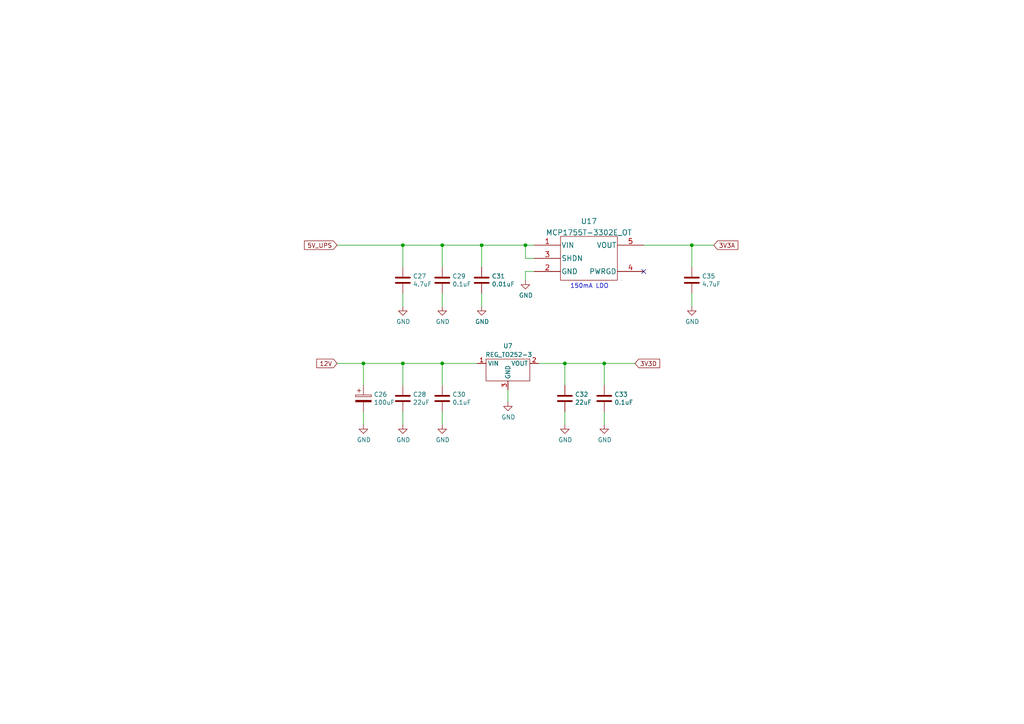
<source format=kicad_sch>
(kicad_sch (version 20211123) (generator eeschema)
  (paper "A4")
  (lib_symbols
    (symbol "Device:C" (pin_numbers hide) (pin_names (offset 0.254))
      (property "Reference" "C" (at 0.635 2.54 0))
      (property "Value" "C" (at 0.635 -2.54 0))
      (symbol "C_0_1"
        (polyline (pts (xy -2.032 -0.762) (xy 2.032 -0.762)) (stroke (width 0.508)))
        (polyline (pts (xy -2.032 0.762) (xy 2.032 0.762)) (stroke (width 0.508)))
      )
      (symbol "C_1_1"
        (pin passive line (at 0 3.81 270) (length 2.794) (name "~") (number "1"))
        (pin passive line (at 0 -3.81 90) (length 2.794) (name "~") (number "2"))
      )
    )
    (symbol "Device:CP" (pin_numbers hide) (pin_names (offset 0.254))
      (property "Reference" "C" (at 0.635 2.54 0))
      (property "Value" "Device_CP" (at 0.635 -2.54 0))
      (symbol "CP_0_1"
        (rectangle (start -2.286 0.508) (end 2.286 1.016))
        (polyline (pts (xy -1.778 2.286) (xy -0.762 2.286)))
        (polyline (pts (xy -1.27 2.794) (xy -1.27 1.778)))
        (rectangle (start 2.286 -0.508) (end -2.286 -1.016) (fill (type outline)))
      )
      (symbol "CP_1_1"
        (pin passive line (at 0 3.81 270) (length 2.794) (name "~") (number "1"))
        (pin passive line (at 0 -3.81 90) (length 2.794) (name "~") (number "2"))
      )
    )
    (symbol "Ninja-qPCR:MCP1755T-3302E_OT" (pin_names (offset 0.254))
      (property "Reference" "U" (at 16.51 8.89 0))
      (property "Value" "MCP1755T-3302E_OT" (at 16.51 6.35 0))
      (symbol "MCP1755T-3302E_OT_1_1"
        (rectangle (start 7.62 2.54) (end 24.13 -10.16))
        (pin power_in line (at 0 0 0) (length 7.62) (name "VIN") (number "1"))
        (pin power_in line (at 0 -7.62 0) (length 7.62) (name "GND") (number "2"))
        (pin input line (at 0 -3.81 0) (length 7.62) (name "SHDN") (number "3"))
        (pin output line (at 31.75 -7.62 180) (length 7.62) (name "PWRGD") (number "4"))
        (pin output line (at 31.75 0 180) (length 7.62) (name "VOUT") (number "5"))
      )
    )
    (symbol "Ninja-qPCR:REG_TO252-3"
      (property "Reference" "U" (at 0 1.27 0))
      (property "Value" "REG_TO252-3" (at 7.62 -7.62 0))
      (symbol "REG_TO252-3_0_1"
        (rectangle (start -6.35 0) (end 6.35 -6.35) (stroke (width 0.1524)))
        (rectangle (start 33.02 22.86) (end 33.02 22.86) (stroke (width 0.1524)))
      )
      (symbol "REG_TO252-3_1_1"
        (pin input line (at -8.89 -1.27 0) (length 2.54) (name "VIN") (number "1"))
        (pin input line (at 8.89 -1.27 180) (length 2.54) (name "VOUT") (number "2"))
        (pin input line (at 0 -8.89 90) (length 2.54) (name "GND") (number "3"))
      )
    )
    (symbol "power:GND" (power) (pin_names (offset 0))
      (property "Value" "GND" (at 0 -3.81 0))
      (symbol "GND_0_1"
        (polyline (pts (xy 0 0) (xy 0 -1.27) (xy 1.27 -1.27) (xy 0 -2.54) (xy -1.27 -1.27) (xy 0 -1.27)))
      )
      (symbol "GND_1_1"
        (pin power_in line (at 0 0 270) (length 0) hide (name "GND") (number "1"))
      )
    )
  )
  (junction (at 152.4 71.12))
  (junction (at 139.7 71.12))
  (junction (at 116.84 71.12))
  (junction (at 116.84 105.41))
  (junction (at 128.27 105.41))
  (junction (at 200.66 71.12))
  (junction (at 175.26 105.41))
  (junction (at 163.83 105.41))
  (junction (at 105.41 105.41))
  (junction (at 128.27 71.12))
  (no_connect (at 186.69 78.74))
  (wire (pts (xy 105.41 105.41) (xy 105.41 111.76)))
  (wire (pts (xy 200.66 85.09) (xy 200.66 88.9)))
  (wire (pts (xy 139.7 71.12) (xy 139.7 77.47)))
  (wire (pts (xy 116.84 105.41) (xy 128.27 105.41)))
  (wire (pts (xy 116.84 119.38) (xy 116.84 123.19)))
  (wire (pts (xy 116.84 105.41) (xy 116.84 111.76)))
  (wire (pts (xy 128.27 119.38) (xy 128.27 123.19)))
  (wire (pts (xy 175.26 105.41) (xy 163.83 105.41)))
  (wire (pts (xy 97.79 71.12) (xy 116.84 71.12)))
  (wire (pts (xy 154.94 71.12) (xy 152.4 71.12)))
  (wire (pts (xy 147.32 113.03) (xy 147.32 116.586)))
  (wire (pts (xy 163.83 119.38) (xy 163.83 123.19)))
  (wire (pts (xy 128.27 85.09) (xy 128.27 88.9)))
  (wire (pts (xy 139.7 85.09) (xy 139.7 88.9)))
  (wire (pts (xy 186.69 71.12) (xy 200.66 71.12)))
  (wire (pts (xy 138.43 105.41) (xy 128.27 105.41)))
  (wire (pts (xy 154.94 74.93) (xy 152.4 74.93)))
  (wire (pts (xy 128.27 71.12) (xy 128.27 77.47)))
  (wire (pts (xy 116.84 71.12) (xy 116.84 77.47)))
  (wire (pts (xy 175.26 119.38) (xy 175.26 123.19)))
  (wire (pts (xy 105.41 119.38) (xy 105.41 123.19)))
  (wire (pts (xy 128.27 105.41) (xy 128.27 111.76)))
  (wire (pts (xy 139.7 71.12) (xy 152.4 71.12)))
  (wire (pts (xy 152.4 71.12) (xy 152.4 74.93)))
  (wire (pts (xy 105.41 105.41) (xy 116.84 105.41)))
  (wire (pts (xy 207.01 71.12) (xy 200.66 71.12)))
  (wire (pts (xy 152.4 78.74) (xy 152.4 81.28)))
  (wire (pts (xy 116.84 71.12) (xy 128.27 71.12)))
  (wire (pts (xy 175.26 105.41) (xy 184.15 105.41)))
  (wire (pts (xy 116.84 85.09) (xy 116.84 88.9)))
  (wire (pts (xy 163.83 105.41) (xy 163.83 111.76)))
  (wire (pts (xy 200.66 71.12) (xy 200.66 77.47)))
  (wire (pts (xy 154.94 78.74) (xy 152.4 78.74)))
  (wire (pts (xy 128.27 71.12) (xy 139.7 71.12)))
  (wire (pts (xy 156.21 105.41) (xy 163.83 105.41)))
  (wire (pts (xy 105.41 105.41) (xy 97.79 105.41)))
  (wire (pts (xy 175.26 105.41) (xy 175.26 111.76)))
  (text "150mA LDO" (at 165.354 83.82 0) (effects (font (size 1.27 1.27)) (justify left bottom)))
  (global_label "3V3A" (shape input) (at 207.01 71.12 0) (property "Intersheet References" "${INTERSHEET_REFS}" (effects hide)))
  (global_label "12V" (shape input) (at 97.79 105.41 180) (property "Intersheet References" "${INTERSHEET_REFS}" (effects hide)))
  (global_label "5V_UPS" (shape input) (at 97.79 71.12 180) (property "Intersheet References" "${INTERSHEET_REFS}" (effects hide)))
  (global_label "3V3D" (shape input) (at 184.15 105.41 0) (property "Intersheet References" "${INTERSHEET_REFS}" (effects hide)))
  (symbol (lib_id "Device:C") (at 116.84 81.28 0) (unit 1)
    (property "Reference" "C27" (at 119.761 80.1116 0) (effects (justify left)))
    (property "Value" "4.7uF" (at 119.761 82.423 0) (effects (justify left)))
    (property "Footprint" "Capacitor_SMD:C_0805_2012Metric" (effects hide))
  )
  (symbol (lib_id "power:GND") (at 116.84 88.9 0) (unit 1)
    (property "Reference" "#PWR026" (effects hide))
    (property "Value" "GND" (at 116.967 93.2942 0))
  )
  (symbol (lib_id "Device:C") (at 128.27 81.28 0) (unit 1)
    (property "Reference" "C29" (at 131.191 80.1116 0) (effects (justify left)))
    (property "Value" "0.1uF" (at 131.191 82.423 0) (effects (justify left)))
    (property "Footprint" "Capacitor_SMD:C_0603_1608Metric" (effects hide))
  )
  (symbol (lib_id "power:GND") (at 128.27 88.9 0) (unit 1)
    (property "Reference" "#PWR028" (effects hide))
    (property "Value" "GND" (at 128.397 93.2942 0))
  )
  (symbol (lib_id "Device:C") (at 139.7 81.28 0) (unit 1)
    (property "Reference" "C31" (at 142.621 80.1116 0) (effects (justify left)))
    (property "Value" "0.01uF" (at 142.621 82.423 0) (effects (justify left)))
    (property "Footprint" "Capacitor_SMD:C_0603_1608Metric" (effects hide))
  )
  (symbol (lib_id "power:GND") (at 139.7 88.9 0) (unit 1)
    (property "Reference" "#PWR031" (effects hide))
    (property "Value" "GND" (at 139.827 93.2942 0))
  )
  (symbol (lib_id "power:GND") (at 152.4 81.28 0) (unit 1)
    (property "Reference" "#PWR032" (effects hide))
    (property "Value" "GND" (at 152.527 85.6742 0))
  )
  (symbol (lib_id "Device:C") (at 200.66 81.28 0) (unit 1)
    (property "Reference" "C35" (at 203.581 80.1116 0) (effects (justify left)))
    (property "Value" "4.7uF" (at 203.581 82.423 0) (effects (justify left)))
    (property "Footprint" "Capacitor_SMD:C_0805_2012Metric" (effects hide))
  )
  (symbol (lib_id "power:GND") (at 200.66 88.9 0) (unit 1)
    (property "Reference" "#PWR036" (effects hide))
    (property "Value" "GND" (at 200.787 93.2942 0))
  )
  (symbol (lib_id "power:GND") (at 105.41 123.19 0) (unit 1)
    (property "Reference" "#PWR025" (effects hide))
    (property "Value" "GND" (at 105.537 127.5842 0))
  )
  (symbol (lib_id "Device:C") (at 116.84 115.57 0) (unit 1)
    (property "Reference" "C28" (at 119.761 114.4016 0) (effects (justify left)))
    (property "Value" "22uF" (at 119.761 116.713 0) (effects (justify left)))
    (property "Footprint" "Capacitor_SMD:C_1210_3225Metric" (effects hide))
  )
  (symbol (lib_id "power:GND") (at 116.84 123.19 0) (unit 1)
    (property "Reference" "#PWR027" (effects hide))
    (property "Value" "GND" (at 116.967 127.5842 0))
  )
  (symbol (lib_id "Device:C") (at 128.27 115.57 0) (unit 1)
    (property "Reference" "C30" (at 131.191 114.4016 0) (effects (justify left)))
    (property "Value" "0.1uF" (at 131.191 116.713 0) (effects (justify left)))
    (property "Footprint" "Capacitor_SMD:C_0603_1608Metric" (effects hide))
  )
  (symbol (lib_id "power:GND") (at 128.27 123.19 0) (unit 1)
    (property "Reference" "#PWR029" (effects hide))
    (property "Value" "GND" (at 128.397 127.5842 0))
  )
  (symbol (lib_id "Device:CP") (at 105.41 115.57 0) (unit 1)
    (property "Reference" "C26" (at 108.4072 114.4016 0) (effects (justify left)))
    (property "Value" "100uF" (at 108.4072 116.713 0) (effects (justify left)))
    (property "Footprint" "Ninja-qPCR:35TZV100M6.3X8" (effects hide))
  )
  (symbol (lib_id "power:GND") (at 147.32 116.586 0) (unit 1)
    (property "Reference" "#PWR030" (effects hide))
    (property "Value" "GND" (at 147.447 120.9802 0))
  )
  (symbol (lib_id "Device:C") (at 163.83 115.57 0) (unit 1)
    (property "Reference" "C32" (at 166.751 114.4016 0) (effects (justify left)))
    (property "Value" "22uF" (at 166.751 116.713 0) (effects (justify left)))
    (property "Footprint" "Capacitor_SMD:C_1210_3225Metric" (effects hide))
  )
  (symbol (lib_id "Device:C") (at 175.26 115.57 0) (unit 1)
    (property "Reference" "C33" (at 178.181 114.4016 0) (effects (justify left)))
    (property "Value" "0.1uF" (at 178.181 116.713 0) (effects (justify left)))
    (property "Footprint" "Capacitor_SMD:C_0603_1608Metric" (effects hide))
  )
  (symbol (lib_id "power:GND") (at 163.83 123.19 0) (unit 1)
    (property "Reference" "#PWR033" (effects hide))
    (property "Value" "GND" (at 163.957 127.5842 0))
  )
  (symbol (lib_id "power:GND") (at 175.26 123.19 0) (unit 1)
    (property "Reference" "#PWR034" (effects hide))
    (property "Value" "GND" (at 175.387 127.5842 0))
  )
  (symbol (lib_id "Ninja-qPCR:REG_TO252-3") (at 147.32 104.14 0) (unit 1)
    (property "Reference" "U7" (at 147.32 100.33 0))
    (property "Value" "REG_TO252-3" (at 147.574 102.87 0))
    (property "Footprint" "Ninja-qPCR:REG_TO252-3" (effects hide))
  )
  (symbol (lib_id "Ninja-qPCR:MCP1755T-3302E_OT") (at 154.94 71.12 0) (unit 1)
    (property "Reference" "U17" (at 170.815 64.1761 0) (effects (font (size 1.524 1.524))))
    (property "Value" "MCP1755T-3302E_OT" (at 170.815 67.4551 0) (effects (font (size 1.524 1.524))))
    (property "Footprint" "Package_TO_SOT_SMD:SOT-23-5" (effects hide))
  )
)
</source>
